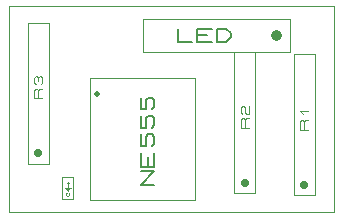
<source format=gbr>
G04 PROTEUS GERBER X2 FILE*
%TF.GenerationSoftware,Labcenter,Proteus,8.17-SP2-Build37159*%
%TF.CreationDate,2025-10-11T08:53:27+00:00*%
%TF.FileFunction,AssemblyDrawing,Top*%
%TF.FilePolarity,Positive*%
%TF.Part,Single*%
%TF.SameCoordinates,{a55e4d6c-05e1-4aca-87d3-cb5da3fea1e9}*%
%FSLAX45Y45*%
%MOMM*%
G01*
%TA.AperFunction,Profile*%
%ADD16C,0.101600*%
%TA.AperFunction,Material*%
%ADD17C,0.101600*%
%ADD22C,0.508000*%
%ADD23C,0.172570*%
%ADD24C,0.050000*%
%ADD25C,0.243840*%
%ADD26C,0.038380*%
%ADD27C,0.914400*%
%ADD28C,0.183130*%
%ADD29C,0.711200*%
%ADD72C,0.117340*%
%TD.AperFunction*%
D16*
X-2750000Y+0D02*
X+0Y+0D01*
X+0Y+1750000D01*
X-2750000Y+1750000D01*
X-2750000Y+0D01*
D17*
X-2063500Y+105920D02*
X-1174500Y+105920D01*
X-1174500Y+1132080D01*
X-2063500Y+1132080D01*
X-2063500Y+105920D01*
D22*
X-2000000Y+1000000D02*
X-2000000Y+1000000D01*
D23*
X-1522778Y+230708D02*
X-1626323Y+230708D01*
X-1522778Y+347195D01*
X-1626323Y+347195D01*
X-1522778Y+502512D02*
X-1522778Y+386025D01*
X-1626323Y+386025D01*
X-1626323Y+502512D01*
X-1574550Y+386025D02*
X-1574550Y+463683D01*
X-1626323Y+657829D02*
X-1626323Y+560756D01*
X-1591808Y+560756D01*
X-1591808Y+638415D01*
X-1574550Y+657829D01*
X-1540035Y+657829D01*
X-1522778Y+638415D01*
X-1522778Y+580171D01*
X-1540035Y+560756D01*
X-1626323Y+813146D02*
X-1626323Y+716073D01*
X-1591808Y+716073D01*
X-1591808Y+793732D01*
X-1574550Y+813146D01*
X-1540035Y+813146D01*
X-1522778Y+793732D01*
X-1522778Y+735488D01*
X-1540035Y+716073D01*
X-1626323Y+968463D02*
X-1626323Y+871390D01*
X-1591808Y+871390D01*
X-1591808Y+949049D01*
X-1574550Y+968463D01*
X-1540035Y+968463D01*
X-1522778Y+949049D01*
X-1522778Y+890805D01*
X-1540035Y+871390D01*
D24*
X-2295000Y+295000D02*
X-2295000Y+115000D01*
X-2205000Y+115000D01*
X-2205000Y+295000D01*
X-2295000Y+295000D01*
X-2225000Y+205000D02*
X-2275000Y+205000D01*
X-2250000Y+180000D02*
X-2250000Y+230000D01*
D25*
X-2250000Y+250000D02*
X-2250000Y+250000D01*
D26*
X-2242323Y+166518D02*
X-2238485Y+162200D01*
X-2238485Y+149246D01*
X-2246161Y+140611D01*
X-2253838Y+140611D01*
X-2261514Y+149246D01*
X-2261514Y+162200D01*
X-2257676Y+166518D01*
X-2253838Y+183789D02*
X-2261514Y+192425D01*
X-2238485Y+192425D01*
D17*
X-1614300Y+1360300D02*
X-369700Y+1360300D01*
X-369700Y+1637160D01*
X-1614300Y+1637160D01*
X-1614300Y+1360300D01*
D27*
X-484000Y+1500000D02*
X-484000Y+1500000D01*
D28*
X-1319240Y+1553670D02*
X-1319240Y+1443789D01*
X-1195625Y+1443789D01*
X-1030805Y+1443789D02*
X-1154420Y+1443789D01*
X-1154420Y+1553670D01*
X-1030805Y+1553670D01*
X-1154420Y+1498730D02*
X-1072010Y+1498730D01*
X-989600Y+1443789D02*
X-989600Y+1553670D01*
X-907190Y+1553670D01*
X-865985Y+1517043D01*
X-865985Y+1480416D01*
X-907190Y+1443789D01*
X-989600Y+1443789D01*
D17*
X-838900Y+161100D02*
X-661100Y+161100D01*
X-661100Y+1354900D01*
X-838900Y+1354900D01*
X-838900Y+161100D01*
D29*
X-750000Y+250000D02*
X-750000Y+250000D01*
D72*
X-714796Y+714618D02*
X-785204Y+714618D01*
X-785204Y+780625D01*
X-773469Y+793827D01*
X-761735Y+793827D01*
X-750000Y+780625D01*
X-750000Y+714618D01*
X-750000Y+780625D02*
X-738265Y+793827D01*
X-714796Y+793827D01*
X-773469Y+833431D02*
X-785204Y+846633D01*
X-785204Y+886237D01*
X-773469Y+899439D01*
X-761735Y+899439D01*
X-750000Y+886237D01*
X-750000Y+846633D01*
X-738265Y+833431D01*
X-714796Y+833431D01*
X-714796Y+899439D01*
D17*
X-2588900Y+411100D02*
X-2411100Y+411100D01*
X-2411100Y+1604900D01*
X-2588900Y+1604900D01*
X-2588900Y+411100D01*
D29*
X-2500000Y+500000D02*
X-2500000Y+500000D01*
D72*
X-2464796Y+964618D02*
X-2535204Y+964618D01*
X-2535204Y+1030625D01*
X-2523469Y+1043827D01*
X-2511735Y+1043827D01*
X-2500000Y+1030625D01*
X-2500000Y+964618D01*
X-2500000Y+1030625D02*
X-2488265Y+1043827D01*
X-2464796Y+1043827D01*
X-2523469Y+1083431D02*
X-2535204Y+1096633D01*
X-2535204Y+1136237D01*
X-2523469Y+1149439D01*
X-2511735Y+1149439D01*
X-2500000Y+1136237D01*
X-2488265Y+1149439D01*
X-2476531Y+1149439D01*
X-2464796Y+1136237D01*
X-2464796Y+1096633D01*
X-2476531Y+1083431D01*
X-2500000Y+1109834D02*
X-2500000Y+1136237D01*
D17*
X-338900Y+145100D02*
X-161100Y+145100D01*
X-161100Y+1338900D01*
X-338900Y+1338900D01*
X-338900Y+145100D01*
D29*
X-250000Y+234000D02*
X-250000Y+234000D01*
D72*
X-214796Y+698618D02*
X-285204Y+698618D01*
X-285204Y+764625D01*
X-273469Y+777827D01*
X-261735Y+777827D01*
X-250000Y+764625D01*
X-250000Y+698618D01*
X-250000Y+764625D02*
X-238265Y+777827D01*
X-214796Y+777827D01*
X-261735Y+830633D02*
X-285204Y+857036D01*
X-214796Y+857036D01*
M02*

</source>
